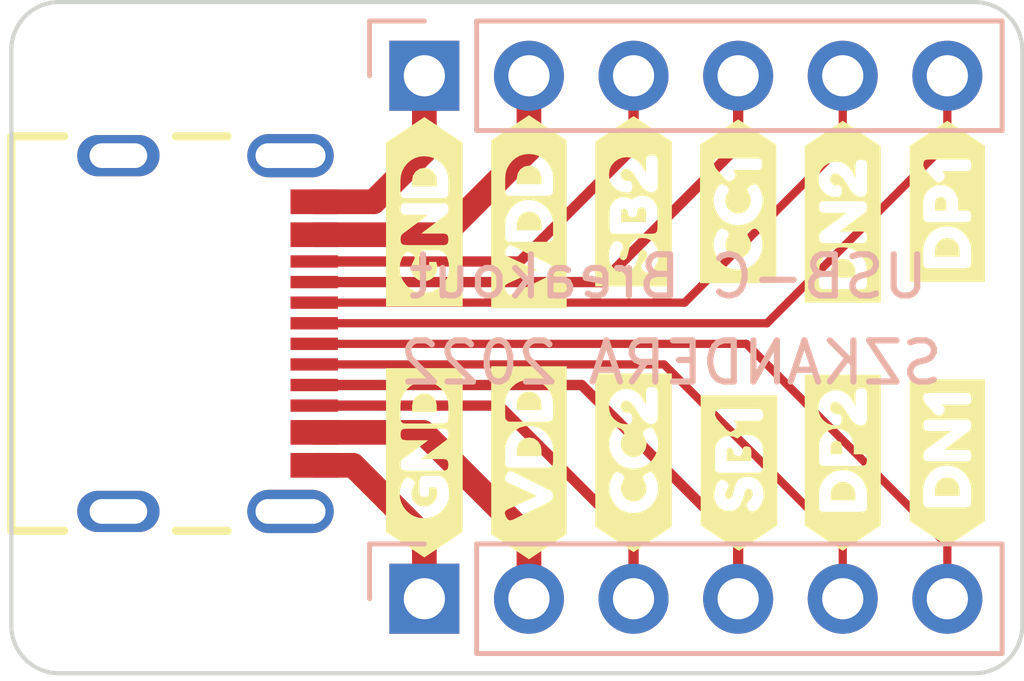
<source format=kicad_pcb>
(kicad_pcb (version 20211014) (generator pcbnew)
  (layers (0 "F.Cu" signal) (31 "B.Cu" signal) (34 "B.Paste" user) (35 "F.Paste" user) (36 "B.SilkS" user "B.Silkscreen") (37 "F.SilkS" user "F.Silkscreen") (38 "B.Mask" user) (39 "F.Mask" user) (44 "Edge.Cuts" user))
  (net 0 "")
  (net 1 "GND")
  (net 2 "VBUS")
  (net 3 "CC1")
  (net 4 "DP1")
  (net 5 "DN1")
  (net 6 "SBU1")
  (net 7 "CC2")
  (net 8 "DP2")
  (net 9 "DN2")
  (net 10 "SBU2")
  (net 11 "Shell")
  (footprint "kibuzzard-62B9BD67" (layer "F.Cu") (at 148.59 82.042 90)
    (fp_text reference "kibuzzard-62B9BD67" hide)
    (fp_text value "G***" hide)
  )
  (footprint "kibuzzard-62B9BDF3" (layer "F.Cu") (at 140.97 88.138 90)
    (fp_text reference "kibuzzard-62B9BDF3" hide)
    (fp_text value "G***" hide)
  )
  (footprint "kibuzzard-62B9BE25" (layer "F.Cu") (at 148.59 88.138 90)
    (fp_text reference "kibuzzard-62B9BE25" hide)
    (fp_text value "G***" hide)
  )
  (footprint "kibuzzard-62B9BE2F" (layer "F.Cu") (at 151.13 88.138 90)
    (fp_text reference "kibuzzard-62B9BE2F" hide)
    (fp_text value "G***" hide)
  )
  (footprint "kibuzzard-62B9BD52" (layer "F.Cu") (at 146.05 81.788 90)
    (fp_text reference "kibuzzard-62B9BD52" hide)
    (fp_text value "G***" hide)
  )
  (footprint "kibuzzard-62B9BDB7" (layer "F.Cu") (at 140.97 82.042 90)
    (fp_text reference "kibuzzard-62B9BDB7" hide)
    (fp_text value "G***" hide)
  )
  (footprint "kibuzzard-62B9BD75" (layer "F.Cu") (at 151.13 81.788 90)
    (fp_text reference "kibuzzard-62B9BD75" hide)
    (fp_text value "G***" hide)
  )
  (footprint "kibuzzard-62B9BCC1" (layer "F.Cu") (at 138.43 88.138 90)
    (fp_text reference "kibuzzard-62B9BCC1" hide)
    (fp_text value "G***" hide)
  )
  (footprint "kibuzzard-62B9BCFF" (layer "F.Cu") (at 138.43 82.042 90)
    (fp_text reference "kibuzzard-62B9BCFF" hide)
    (fp_text value "G***" hide)
  )
  (footprint "USB4105-GF-A:GCT_USB4105-GF-A" (layer "F.Cu") (at 131 85 -90)
    (fp_text reference "J1" hide)
    (fp_text value "USB4105-GF-A" hide)
    (pad "" np_thru_hole circle (at 2.89 -3.68 270) (size 0.65 0.65) (drill 0.65) (layers *.Cu *.Mask))
    (pad "" np_thru_hole circle (at -2.89 -3.68 270) (size 0.65 0.65) (drill 0.65) (layers *.Cu *.Mask))
    (pad "A1_B12" smd rect (at -3.2 -4.755 270) (size 0.6 1.15) (layers "F.Cu" "F.Paste" "F.Mask") (net 1 "GND"))
    (pad "A4_B9" smd rect (at -2.4 -4.755 270) (size 0.6 1.15) (layers "F.Cu" "F.Paste" "F.Mask") (net 2 "VBUS"))
    (pad "A5" smd rect (at -1.25 -4.755 270) (size 0.3 1.15) (layers "F.Cu" "F.Paste" "F.Mask") (net 3 "CC1"))
    (pad "A6" smd rect (at -0.25 -4.755 270) (size 0.3 1.15) (layers "F.Cu" "F.Paste" "F.Mask") (net 4 "DP1"))
    (pad "A7" smd rect (at 0.25 -4.755 270) (size 0.3 1.15) (layers "F.Cu" "F.Paste" "F.Mask") (net 5 "DN1"))
    (pad "A8" smd rect (at 1.25 -4.755 270) (size 0.3 1.15) (layers "F.Cu" "F.Paste" "F.Mask") (net 6 "SBU1"))
    (pad "B1_A12" smd rect (at 3.2 -4.755 270) (size 0.6 1.15) (layers "F.Cu" "F.Paste" "F.Mask") (net 1 "GND"))
    (pad "B4_A9" smd rect (at 2.4 -4.755 270) (size 0.6 1.15) (layers "F.Cu" "F.Paste" "F.Mask") (net 2 "VBUS"))
    (pad "B5" smd rect (at 1.75 -4.755 270) (size 0.3 1.15) (layers "F.Cu" "F.Paste" "F.Mask") (net 7 "CC2"))
    (pad "B6" smd rect (at 0.75 -4.755 270) (size 0.3 1.15) (layers "F.Cu" "F.Paste" "F.Mask") (net 8 "DP2"))
    (pad "B7" smd rect (at -0.75 -4.755 270) (size 0.3 1.15) (layers "F.Cu" "F.Paste" "F.Mask") (net 9 "DN2"))
    (pad "B8" smd rect (at -1.75 -4.755 270) (size 0.3 1.15) (layers "F.Cu" "F.Paste" "F.Mask") (net 10 "SBU2"))
    (pad "S1" thru_hole oval (at -4.32 -4.18 270) (size 1.05 2.1) (drill oval 0.6 1.7) (layers *.Cu *.Mask) (net 11 "Shell"))
    (pad "S2" thru_hole oval (at -4.32 0 270) (size 1 2) (drill oval 0.6 1.4) (layers *.Cu *.Mask) (net 11 "Shell"))
    (pad "S3" thru_hole oval (at 4.32 0 270) (size 1 2) (drill oval 0.6 1.4) (layers *.Cu *.Mask) (net 11 "Shell"))
    (pad "S4" thru_hole oval (at 4.32 -4.18 270) (size 1.05 2.1) (drill oval 0.6 1.7) (layers *.Cu *.Mask) (net 11 "Shell"))
  )
  (footprint "kibuzzard-62B9BE07" (layer "F.Cu") (at 143.51 88.138 90)
    (fp_text reference "kibuzzard-62B9BE07" hide)
    (fp_text value "G***" hide)
  )
  (footprint "kibuzzard-62B9BDD1" (layer "F.Cu") (at 143.51 81.788 90)
    (fp_text reference "kibuzzard-62B9BDD1" hide)
    (fp_text value "G***" hide)
  )
  (footprint "kibuzzard-62B9C129" (layer "F.Cu") (at 146.07 88.39 90)
    (fp_text reference "kibuzzard-62B9C129" hide)
    (fp_text value "G***" hide)
  )
  (footprint "Connector_PinHeader_2.54mm:PinHeader_1x06_P2.54mm_Vertical" (layer "B.Cu") (at 138.43 91.44 -90)
    (fp_text reference "J2" hide)
    (fp_text value "Conn_01x06" hide)
    (pad "1" thru_hole rect (at 0 0 270) (size 1.7 1.7) (drill 1) (layers *.Cu *.Mask) (net 1 "GND"))
    (pad "2" thru_hole oval (at 0 -2.54 270) (size 1.7 1.7) (drill 1) (layers *.Cu *.Mask) (net 2 "VBUS"))
    (pad "3" thru_hole oval (at 0 -5.08 270) (size 1.7 1.7) (drill 1) (layers *.Cu *.Mask) (net 7 "CC2"))
    (pad "4" thru_hole oval (at 0 -7.62 270) (size 1.7 1.7) (drill 1) (layers *.Cu *.Mask) (net 6 "SBU1"))
    (pad "5" thru_hole oval (at 0 -10.16 270) (size 1.7 1.7) (drill 1) (layers *.Cu *.Mask) (net 8 "DP2"))
    (pad "6" thru_hole oval (at 0 -12.7 270) (size 1.7 1.7) (drill 1) (layers *.Cu *.Mask) (net 5 "DN1"))
  )
  (footprint "Connector_PinHeader_2.54mm:PinHeader_1x06_P2.54mm_Vertical" (layer "B.Cu") (at 138.43 78.74 -90)
    (fp_text reference "J3" hide)
    (fp_text value "Conn_01x06" hide)
    (pad "1" thru_hole rect (at 0 0 270) (size 1.7 1.7) (drill 1) (layers *.Cu *.Mask) (net 1 "GND"))
    (pad "2" thru_hole oval (at 0 -2.54 270) (size 1.7 1.7) (drill 1) (layers *.Cu *.Mask) (net 2 "VBUS"))
    (pad "3" thru_hole oval (at 0 -5.08 270) (size 1.7 1.7) (drill 1) (layers *.Cu *.Mask) (net 10 "SBU2"))
    (pad "4" thru_hole oval (at 0 -7.62 270) (size 1.7 1.7) (drill 1) (layers *.Cu *.Mask) (net 3 "CC1"))
    (pad "5" thru_hole oval (at 0 -10.16 270) (size 1.7 1.7) (drill 1) (layers *.Cu *.Mask) (net 9 "DN2"))
    (pad "6" thru_hole oval (at 0 -12.7 270) (size 1.7 1.7) (drill 1) (layers *.Cu *.Mask) (net 4 "DP1"))
  )
  (gr_line (start 151.789756 76.950244) (end 129.560244 76.950244) (layer "Edge.Cuts") (width 0.1))
  (gr_line (start 129.560244 93.249756) (end 151.789756 93.249756) (layer "Edge.Cuts") (width 0.1))
  (gr_line (start 128.400244 78.110244) (end 128.400244 92.089756) (layer "Edge.Cuts") (width 0.1))
  (gr_line (start 152.949756 92.089756) (end 152.949756 78.110244) (layer "Edge.Cuts") (width 0.1))
  (gr_arc (start 151.789756 76.950244) (mid 152.61 77.29) (end 152.949756 78.110244) (layer "Edge.Cuts") (width 0.1))
  (gr_arc (start 128.400244 78.110244) (mid 128.74 77.29) (end 129.560244 76.950244) (layer "Edge.Cuts") (width 0.1))
  (gr_arc (start 152.949756 92.089756) (mid 152.61 92.91) (end 151.789756 93.249756) (layer "Edge.Cuts") (width 0.1))
  (gr_arc (start 129.560244 93.249756) (mid 128.74 92.91) (end 128.400244 92.089756) (layer "Edge.Cuts") (width 0.1))
  (gr_text "USB-C Breakout" (at 144.35 83.62) (layer "B.SilkS") (effects (font (size 1 1)) (justify mirror)))
  (gr_text "SZKANDERA 2022" (at 144.42 85.71) (layer "B.SilkS") (effects (font (size 1 1)) (justify mirror)))
  (segment (start 135.755 88.2) (end 136.7 88.2) (width 0.6) (layer "F.Cu") (net 1))
  (segment (start 138.43 89.93) (end 138.43 91.44) (width 0.6) (layer "F.Cu") (net 1))
  (segment (start 136.7 88.2) (end 138.43 89.93) (width 0.6) (layer "F.Cu") (net 1))
  (segment (start 138.43 80.57) (end 138.43 78.74) (width 0.6) (layer "F.Cu") (net 1))
  (segment (start 135.755 81.8) (end 137.2 81.8) (width 0.6) (layer "F.Cu") (net 1))
  (segment (start 137.2 81.8) (end 138.43 80.57) (width 0.6) (layer "F.Cu") (net 1))
  (segment (start 135.755 87.4) (end 138.4 87.4) (width 0.6) (layer "F.Cu") (net 2))
  (segment (start 140.97 89.97) (end 140.97 91.44) (width 0.6) (layer "F.Cu") (net 2))
  (segment (start 138.9 82.6) (end 140.97 80.53) (width 0.6) (layer "F.Cu") (net 2))
  (segment (start 138.4 87.4) (end 140.97 89.97) (width 0.6) (layer "F.Cu") (net 2))
  (segment (start 135.755 82.6) (end 138.9 82.6) (width 0.6) (layer "F.Cu") (net 2))
  (segment (start 140.97 80.53) (end 140.97 78.74) (width 0.6) (layer "F.Cu") (net 2))
  (segment (start 146.05 80.45) (end 146.05 78.74) (width 0.25) (layer "F.Cu") (net 3))
  (segment (start 135.755 83.75) (end 142.75 83.75) (width 0.25) (layer "F.Cu") (net 3))
  (segment (start 142.75 83.75) (end 146.05 80.45) (width 0.25) (layer "F.Cu") (net 3))
  (segment (start 146.75 84.75) (end 151.13 80.37) (width 0.2) (layer "F.Cu") (net 4))
  (segment (start 151.13 80.37) (end 151.13 78.74) (width 0.2) (layer "F.Cu") (net 4))
  (segment (start 135.755 84.75) (end 146.75 84.75) (width 0.2) (layer "F.Cu") (net 4))
  (segment (start 151.13 90.13) (end 151.13 91.44) (width 0.2) (layer "F.Cu") (net 5))
  (segment (start 135.755 85.25) (end 146.25 85.25) (width 0.2) (layer "F.Cu") (net 5))
  (segment (start 146.25 85.25) (end 151.13 90.13) (width 0.2) (layer "F.Cu") (net 5))
  (segment (start 146.05 90.05) (end 146.05 91.44) (width 0.25) (layer "F.Cu") (net 6))
  (segment (start 142.25 86.25) (end 146.05 90.05) (width 0.25) (layer "F.Cu") (net 6))
  (segment (start 135.755 86.25) (end 142.25 86.25) (width 0.25) (layer "F.Cu") (net 6))
  (segment (start 140.25 86.75) (end 143.51 90.01) (width 0.25) (layer "F.Cu") (net 7))
  (segment (start 143.51 90.01) (end 143.51 91.44) (width 0.25) (layer "F.Cu") (net 7))
  (segment (start 135.755 86.75) (end 140.25 86.75) (width 0.25) (layer "F.Cu") (net 7))
  (segment (start 135.755 85.75) (end 144.25 85.75) (width 0.2) (layer "F.Cu") (net 8))
  (segment (start 148.59 90.09) (end 148.59 91.44) (width 0.2) (layer "F.Cu") (net 8))
  (segment (start 144.25 85.75) (end 148.59 90.09) (width 0.2) (layer "F.Cu") (net 8))
  (segment (start 148.59 80.41) (end 148.59 78.74) (width 0.2) (layer "F.Cu") (net 9))
  (segment (start 144.75 84.25) (end 148.59 80.41) (width 0.2) (layer "F.Cu") (net 9))
  (segment (start 135.755 84.25) (end 144.75 84.25) (width 0.2) (layer "F.Cu") (net 9))
  (segment (start 140.75 83.25) (end 143.51 80.49) (width 0.25) (layer "F.Cu") (net 10))
  (segment (start 143.51 80.49) (end 143.51 78.74) (width 0.25) (layer "F.Cu") (net 10))
  (segment (start 135.755 83.25) (end 140.75 83.25) (width 0.25) (layer "F.Cu") (net 10))
)
</source>
